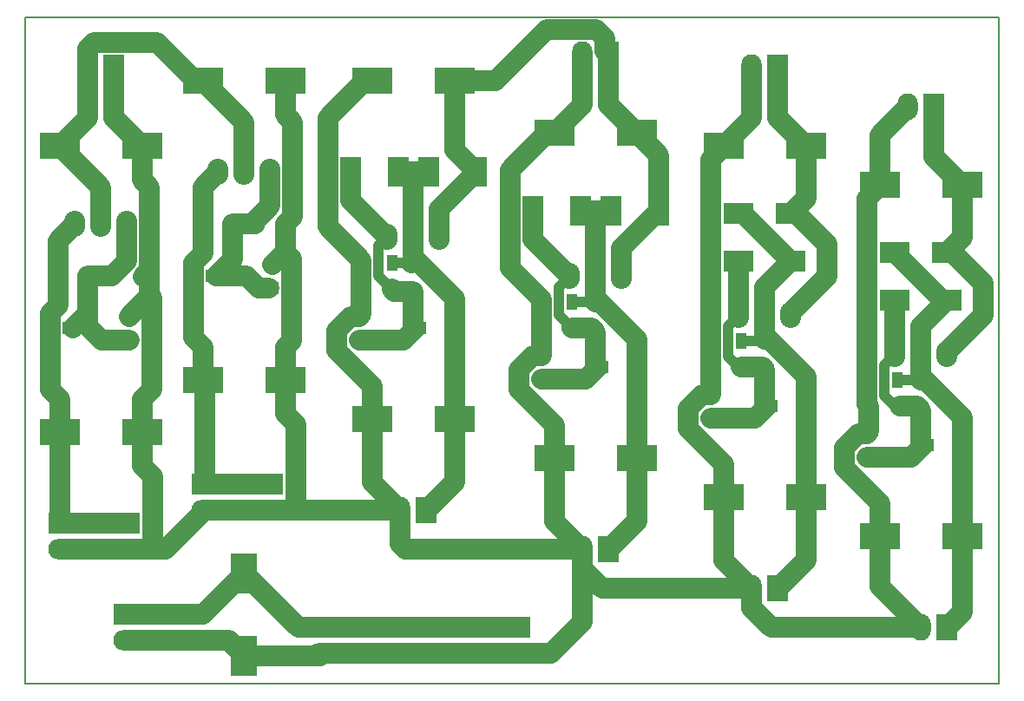
<source format=gbr>
G04 #@! TF.GenerationSoftware,KiCad,Pcbnew,5.0.2-bee76a0~70~ubuntu18.04.1*
G04 #@! TF.CreationDate,2020-07-22T12:41:26+02:00*
G04 #@! TF.ProjectId,lear_regulators_and_power_distribution,6c656172-5f72-4656-9775-6c61746f7273,rev?*
G04 #@! TF.SameCoordinates,PX3dfd240PY80befc0*
G04 #@! TF.FileFunction,Copper,L1,Top*
G04 #@! TF.FilePolarity,Positive*
%FSLAX46Y46*%
G04 Gerber Fmt 4.6, Leading zero omitted, Abs format (unit mm)*
G04 Created by KiCad (PCBNEW 5.0.2-bee76a0~70~ubuntu18.04.1) date ons 22 jul 2020 12:41:26*
%MOMM*%
%LPD*%
G01*
G04 APERTURE LIST*
G04 #@! TA.AperFunction,NonConductor*
%ADD10C,0.150000*%
G04 #@! TD*
G04 #@! TA.AperFunction,SMDPad,CuDef*
%ADD11R,4.000000X2.500000*%
G04 #@! TD*
G04 #@! TA.AperFunction,SMDPad,CuDef*
%ADD12R,1.000000X1.600000*%
G04 #@! TD*
G04 #@! TA.AperFunction,SMDPad,CuDef*
%ADD13R,2.500000X4.000000*%
G04 #@! TD*
G04 #@! TA.AperFunction,SMDPad,CuDef*
%ADD14R,2.000000X3.000000*%
G04 #@! TD*
G04 #@! TA.AperFunction,SMDPad,CuDef*
%ADD15R,3.000000X2.000000*%
G04 #@! TD*
G04 #@! TA.AperFunction,ComponentPad*
%ADD16O,2.000000X2.600000*%
G04 #@! TD*
G04 #@! TA.AperFunction,ComponentPad*
%ADD17R,2.000000X2.600000*%
G04 #@! TD*
G04 #@! TA.AperFunction,ComponentPad*
%ADD18O,2.600000X2.000000*%
G04 #@! TD*
G04 #@! TA.AperFunction,ComponentPad*
%ADD19R,2.600000X2.000000*%
G04 #@! TD*
G04 #@! TA.AperFunction,SMDPad,CuDef*
%ADD20R,1.700000X0.900000*%
G04 #@! TD*
G04 #@! TA.AperFunction,SMDPad,CuDef*
%ADD21R,0.900000X1.700000*%
G04 #@! TD*
G04 #@! TA.AperFunction,SMDPad,CuDef*
%ADD22R,1.300000X1.300000*%
G04 #@! TD*
G04 #@! TA.AperFunction,SMDPad,CuDef*
%ADD23R,2.000000X1.300000*%
G04 #@! TD*
G04 #@! TA.AperFunction,ComponentPad*
%ADD24O,2.032000X2.540000*%
G04 #@! TD*
G04 #@! TA.AperFunction,Conductor*
%ADD25C,2.000000*%
G04 #@! TD*
G04 #@! TA.AperFunction,Conductor*
%ADD26C,1.000000*%
G04 #@! TD*
G04 APERTURE END LIST*
D10*
X95000000Y0D02*
X0Y0D01*
X95000000Y65000000D02*
X95000000Y0D01*
X0Y65000000D02*
X95000000Y65000000D01*
X0Y0D02*
X0Y65000000D01*
D11*
G04 #@! TO.P,C1,1*
G04 #@! TO.N,Net-(C1-Pad1)*
X59650000Y53720000D03*
G04 #@! TO.P,C1,2*
G04 #@! TO.N,GND*
X51650000Y53720000D03*
G04 #@! TD*
G04 #@! TO.P,C2,2*
G04 #@! TO.N,GND*
X83400000Y48640000D03*
G04 #@! TO.P,C2,1*
G04 #@! TO.N,Net-(C2-Pad1)*
X91400000Y48640000D03*
G04 #@! TD*
G04 #@! TO.P,C3,1*
G04 #@! TO.N,GND*
X11390000Y52450000D03*
G04 #@! TO.P,C3,2*
G04 #@! TO.N,Net-(C3-Pad2)*
X3390000Y52450000D03*
G04 #@! TD*
G04 #@! TO.P,C4,2*
G04 #@! TO.N,Net-(C3-Pad2)*
X17360000Y58800000D03*
G04 #@! TO.P,C4,1*
G04 #@! TO.N,GND*
X25360000Y58800000D03*
G04 #@! TD*
D12*
G04 #@! TO.P,C5,1*
G04 #@! TO.N,Net-(C5-Pad1)*
X53340000Y34670000D03*
G04 #@! TO.P,C5,2*
G04 #@! TO.N,GND*
X50340000Y34670000D03*
G04 #@! TD*
G04 #@! TO.P,C6,1*
G04 #@! TO.N,Net-(C6-Pad1)*
X85320000Y27050000D03*
G04 #@! TO.P,C6,2*
G04 #@! TO.N,GND*
X82320000Y27050000D03*
G04 #@! TD*
G04 #@! TO.P,C7,2*
G04 #@! TO.N,Net-(C7-Pad2)*
X8430000Y39750000D03*
G04 #@! TO.P,C7,1*
G04 #@! TO.N,GND*
X11430000Y39750000D03*
G04 #@! TD*
G04 #@! TO.P,C8,1*
G04 #@! TO.N,GND*
X25400000Y44830000D03*
G04 #@! TO.P,C8,2*
G04 #@! TO.N,Net-(C8-Pad2)*
X22400000Y44830000D03*
G04 #@! TD*
D11*
G04 #@! TO.P,C9,2*
G04 #@! TO.N,Net-(C9-Pad2)*
X3390000Y24510000D03*
G04 #@! TO.P,C9,1*
G04 #@! TO.N,GND*
X11390000Y24510000D03*
G04 #@! TD*
G04 #@! TO.P,C10,1*
G04 #@! TO.N,GND*
X25360000Y29590000D03*
G04 #@! TO.P,C10,2*
G04 #@! TO.N,Net-(C10-Pad2)*
X17360000Y29590000D03*
G04 #@! TD*
D12*
G04 #@! TO.P,C11,2*
G04 #@! TO.N,GND*
X50340000Y37210000D03*
G04 #@! TO.P,C11,1*
G04 #@! TO.N,Net-(C11-Pad1)*
X53340000Y37210000D03*
G04 #@! TD*
G04 #@! TO.P,C12,2*
G04 #@! TO.N,GND*
X82090000Y29590000D03*
G04 #@! TO.P,C12,1*
G04 #@! TO.N,Net-(C12-Pad1)*
X85090000Y29590000D03*
G04 #@! TD*
D11*
G04 #@! TO.P,C13,2*
G04 #@! TO.N,GND*
X51650000Y21970000D03*
G04 #@! TO.P,C13,1*
G04 #@! TO.N,Net-(C11-Pad1)*
X59650000Y21970000D03*
G04 #@! TD*
G04 #@! TO.P,C14,2*
G04 #@! TO.N,GND*
X83400000Y14350000D03*
G04 #@! TO.P,C14,1*
G04 #@! TO.N,Net-(C12-Pad1)*
X91400000Y14350000D03*
G04 #@! TD*
G04 #@! TO.P,C15,2*
G04 #@! TO.N,GND*
X33870000Y58800000D03*
G04 #@! TO.P,C15,1*
G04 #@! TO.N,Net-(C1-Pad1)*
X41870000Y58800000D03*
G04 #@! TD*
G04 #@! TO.P,C16,1*
G04 #@! TO.N,Net-(C16-Pad1)*
X76160000Y52450000D03*
G04 #@! TO.P,C16,2*
G04 #@! TO.N,GND*
X68160000Y52450000D03*
G04 #@! TD*
D12*
G04 #@! TO.P,C17,1*
G04 #@! TO.N,Net-(C17-Pad1)*
X35790000Y38480000D03*
G04 #@! TO.P,C17,2*
G04 #@! TO.N,GND*
X32790000Y38480000D03*
G04 #@! TD*
G04 #@! TO.P,C18,2*
G04 #@! TO.N,GND*
X66850000Y30860000D03*
G04 #@! TO.P,C18,1*
G04 #@! TO.N,Net-(C18-Pad1)*
X69850000Y30860000D03*
G04 #@! TD*
G04 #@! TO.P,C19,2*
G04 #@! TO.N,GND*
X32790000Y41020000D03*
G04 #@! TO.P,C19,1*
G04 #@! TO.N,Net-(C19-Pad1)*
X35790000Y41020000D03*
G04 #@! TD*
D11*
G04 #@! TO.P,C20,1*
G04 #@! TO.N,Net-(C19-Pad1)*
X41870000Y25780000D03*
G04 #@! TO.P,C20,2*
G04 #@! TO.N,GND*
X33870000Y25780000D03*
G04 #@! TD*
D12*
G04 #@! TO.P,C21,1*
G04 #@! TO.N,Net-(C21-Pad1)*
X69850000Y33400000D03*
G04 #@! TO.P,C21,2*
G04 #@! TO.N,GND*
X66850000Y33400000D03*
G04 #@! TD*
D11*
G04 #@! TO.P,C22,2*
G04 #@! TO.N,GND*
X68160000Y18160000D03*
G04 #@! TO.P,C22,1*
G04 #@! TO.N,Net-(C21-Pad1)*
X76160000Y18160000D03*
G04 #@! TD*
D13*
G04 #@! TO.P,C23,1*
G04 #@! TO.N,Net-(C23-Pad1)*
X21360000Y10730000D03*
G04 #@! TO.P,C23,2*
G04 #@! TO.N,GND*
X21360000Y2730000D03*
G04 #@! TD*
D14*
G04 #@! TO.P,D1,1*
G04 #@! TO.N,Net-(C1-Pad1)*
X61785000Y46100000D03*
G04 #@! TO.P,D1,2*
G04 #@! TO.N,Net-(C11-Pad1)*
X57135000Y46100000D03*
G04 #@! TD*
D15*
G04 #@! TO.P,D2,1*
G04 #@! TO.N,Net-(C2-Pad1)*
X89940000Y42075000D03*
G04 #@! TO.P,D2,2*
G04 #@! TO.N,Net-(C12-Pad1)*
X89940000Y37425000D03*
G04 #@! TD*
D14*
G04 #@! TO.P,D3,2*
G04 #@! TO.N,Net-(C5-Pad1)*
X49515000Y46100000D03*
G04 #@! TO.P,D3,1*
G04 #@! TO.N,Net-(C11-Pad1)*
X54165000Y46100000D03*
G04 #@! TD*
D15*
G04 #@! TO.P,D4,2*
G04 #@! TO.N,Net-(C6-Pad1)*
X84860000Y37425000D03*
G04 #@! TO.P,D4,1*
G04 #@! TO.N,Net-(C12-Pad1)*
X84860000Y42075000D03*
G04 #@! TD*
D14*
G04 #@! TO.P,D5,1*
G04 #@! TO.N,Net-(C1-Pad1)*
X44005000Y49910000D03*
G04 #@! TO.P,D5,2*
G04 #@! TO.N,Net-(C19-Pad1)*
X39355000Y49910000D03*
G04 #@! TD*
D15*
G04 #@! TO.P,D6,1*
G04 #@! TO.N,Net-(C16-Pad1)*
X74700000Y45885000D03*
G04 #@! TO.P,D6,2*
G04 #@! TO.N,Net-(C21-Pad1)*
X74700000Y41235000D03*
G04 #@! TD*
D14*
G04 #@! TO.P,D7,2*
G04 #@! TO.N,Net-(C17-Pad1)*
X31735000Y49910000D03*
G04 #@! TO.P,D7,1*
G04 #@! TO.N,Net-(C19-Pad1)*
X36385000Y49910000D03*
G04 #@! TD*
D15*
G04 #@! TO.P,D8,2*
G04 #@! TO.N,Net-(C18-Pad1)*
X69620000Y41235000D03*
G04 #@! TO.P,D8,1*
G04 #@! TO.N,Net-(C21-Pad1)*
X69620000Y45885000D03*
G04 #@! TD*
D16*
G04 #@! TO.P,J1,2*
G04 #@! TO.N,GND*
X54380000Y61340000D03*
D17*
G04 #@! TO.P,J1,1*
G04 #@! TO.N,Net-(C1-Pad1)*
X56920000Y61340000D03*
G04 #@! TD*
G04 #@! TO.P,J2,1*
G04 #@! TO.N,Net-(C2-Pad1)*
X88670000Y56260000D03*
D16*
G04 #@! TO.P,J2,2*
G04 #@! TO.N,GND*
X86130000Y56260000D03*
G04 #@! TD*
D17*
G04 #@! TO.P,J3,1*
G04 #@! TO.N,GND*
X8660000Y60070000D03*
D16*
G04 #@! TO.P,J3,2*
G04 #@! TO.N,Net-(C3-Pad2)*
X6120000Y60070000D03*
G04 #@! TD*
D18*
G04 #@! TO.P,J4,2*
G04 #@! TO.N,GND*
X9930000Y13080000D03*
D19*
G04 #@! TO.P,J4,1*
G04 #@! TO.N,Net-(C9-Pad2)*
X9930000Y15620000D03*
G04 #@! TD*
G04 #@! TO.P,J5,1*
G04 #@! TO.N,Net-(C9-Pad2)*
X3580000Y15620000D03*
D18*
G04 #@! TO.P,J5,2*
G04 #@! TO.N,GND*
X3580000Y13080000D03*
G04 #@! TD*
G04 #@! TO.P,J6,2*
G04 #@! TO.N,GND*
X23900000Y16890000D03*
D19*
G04 #@! TO.P,J6,1*
G04 #@! TO.N,Net-(C10-Pad2)*
X23900000Y19430000D03*
G04 #@! TD*
G04 #@! TO.P,J7,1*
G04 #@! TO.N,Net-(C10-Pad2)*
X17550000Y19430000D03*
D18*
G04 #@! TO.P,J7,2*
G04 #@! TO.N,GND*
X17550000Y16890000D03*
G04 #@! TD*
D16*
G04 #@! TO.P,J8,2*
G04 #@! TO.N,GND*
X54380000Y13080000D03*
D17*
G04 #@! TO.P,J8,1*
G04 #@! TO.N,Net-(C11-Pad1)*
X56920000Y13080000D03*
G04 #@! TD*
G04 #@! TO.P,J9,1*
G04 #@! TO.N,Net-(C12-Pad1)*
X89940000Y5460000D03*
D16*
G04 #@! TO.P,J9,2*
G04 #@! TO.N,GND*
X87400000Y5460000D03*
G04 #@! TD*
G04 #@! TO.P,J10,2*
G04 #@! TO.N,GND*
X70890000Y60070000D03*
D17*
G04 #@! TO.P,J10,1*
G04 #@! TO.N,Net-(C16-Pad1)*
X73430000Y60070000D03*
G04 #@! TD*
D19*
G04 #@! TO.P,J11,1*
G04 #@! TO.N,Net-(C23-Pad1)*
X9930000Y6730000D03*
D18*
G04 #@! TO.P,J11,2*
G04 #@! TO.N,GND*
X9930000Y4190000D03*
G04 #@! TD*
D17*
G04 #@! TO.P,J12,1*
G04 #@! TO.N,Net-(C19-Pad1)*
X39140000Y16890000D03*
D16*
G04 #@! TO.P,J12,2*
G04 #@! TO.N,GND*
X36600000Y16890000D03*
G04 #@! TD*
G04 #@! TO.P,J13,2*
G04 #@! TO.N,GND*
X70890000Y9270000D03*
D17*
G04 #@! TO.P,J13,1*
G04 #@! TO.N,Net-(C21-Pad1)*
X73430000Y9270000D03*
G04 #@! TD*
D18*
G04 #@! TO.P,J14,2*
G04 #@! TO.N,GND*
X28980000Y2920000D03*
D19*
G04 #@! TO.P,J14,1*
G04 #@! TO.N,Net-(C23-Pad1)*
X28980000Y5460000D03*
G04 #@! TD*
G04 #@! TO.P,J15,1*
G04 #@! TO.N,Net-(C23-Pad1)*
X35330000Y5460000D03*
D18*
G04 #@! TO.P,J15,2*
G04 #@! TO.N,GND*
X35330000Y2920000D03*
G04 #@! TD*
G04 #@! TO.P,J16,2*
G04 #@! TO.N,GND*
X41680000Y2920000D03*
D19*
G04 #@! TO.P,J16,1*
G04 #@! TO.N,Net-(C23-Pad1)*
X41680000Y5460000D03*
G04 #@! TD*
D18*
G04 #@! TO.P,J17,2*
G04 #@! TO.N,GND*
X48030000Y2920000D03*
D19*
G04 #@! TO.P,J17,1*
G04 #@! TO.N,Net-(C23-Pad1)*
X48030000Y5460000D03*
G04 #@! TD*
D20*
G04 #@! TO.P,R1,2*
G04 #@! TO.N,Net-(C5-Pad1)*
X55650000Y34310000D03*
G04 #@! TO.P,R1,1*
G04 #@! TO.N,Net-(C11-Pad1)*
X55650000Y37210000D03*
G04 #@! TD*
G04 #@! TO.P,R2,1*
G04 #@! TO.N,Net-(C12-Pad1)*
X87400000Y29590000D03*
G04 #@! TO.P,R2,2*
G04 #@! TO.N,Net-(C6-Pad1)*
X87400000Y26690000D03*
G04 #@! TD*
D21*
G04 #@! TO.P,R3,2*
G04 #@! TO.N,Net-(C9-Pad2)*
X3220000Y39750000D03*
G04 #@! TO.P,R3,1*
G04 #@! TO.N,Net-(C7-Pad2)*
X6120000Y39750000D03*
G04 #@! TD*
G04 #@! TO.P,R4,2*
G04 #@! TO.N,Net-(C10-Pad2)*
X17370000Y44830000D03*
G04 #@! TO.P,R4,1*
G04 #@! TO.N,Net-(C8-Pad2)*
X20270000Y44830000D03*
G04 #@! TD*
D20*
G04 #@! TO.P,R5,1*
G04 #@! TO.N,Net-(C19-Pad1)*
X37870000Y41200000D03*
G04 #@! TO.P,R5,2*
G04 #@! TO.N,Net-(C17-Pad1)*
X37870000Y38300000D03*
G04 #@! TD*
G04 #@! TO.P,R6,1*
G04 #@! TO.N,Net-(C21-Pad1)*
X72160000Y33580000D03*
G04 #@! TO.P,R6,2*
G04 #@! TO.N,Net-(C18-Pad1)*
X72160000Y30680000D03*
G04 #@! TD*
D22*
G04 #@! TO.P,RV1,3*
G04 #@! TO.N,GND*
X50360000Y32010000D03*
D23*
G04 #@! TO.P,RV1,2*
G04 #@! TO.N,Net-(C5-Pad1)*
X55860000Y30860000D03*
D22*
G04 #@! TO.P,RV1,1*
X50360000Y29710000D03*
G04 #@! TD*
G04 #@! TO.P,RV2,1*
G04 #@! TO.N,Net-(C6-Pad1)*
X82110000Y22090000D03*
D23*
G04 #@! TO.P,RV2,2*
X87610000Y23240000D03*
D22*
G04 #@! TO.P,RV2,3*
G04 #@! TO.N,GND*
X82110000Y24390000D03*
G04 #@! TD*
G04 #@! TO.P,RV3,3*
G04 #@! TO.N,Net-(C7-Pad2)*
X10140000Y33520000D03*
D23*
G04 #@! TO.P,RV3,2*
X4640000Y34670000D03*
D22*
G04 #@! TO.P,RV3,1*
G04 #@! TO.N,GND*
X10140000Y35820000D03*
G04 #@! TD*
G04 #@! TO.P,RV4,1*
G04 #@! TO.N,GND*
X24110000Y40900000D03*
D23*
G04 #@! TO.P,RV4,2*
G04 #@! TO.N,Net-(C8-Pad2)*
X18610000Y39750000D03*
D22*
G04 #@! TO.P,RV4,3*
X24110000Y38600000D03*
G04 #@! TD*
G04 #@! TO.P,RV5,1*
G04 #@! TO.N,Net-(C17-Pad1)*
X32580000Y33520000D03*
D23*
G04 #@! TO.P,RV5,2*
X38080000Y34670000D03*
D22*
G04 #@! TO.P,RV5,3*
G04 #@! TO.N,GND*
X32580000Y35820000D03*
G04 #@! TD*
G04 #@! TO.P,RV6,3*
G04 #@! TO.N,GND*
X66870000Y28200000D03*
D23*
G04 #@! TO.P,RV6,2*
G04 #@! TO.N,Net-(C18-Pad1)*
X72370000Y27050000D03*
D22*
G04 #@! TO.P,RV6,1*
X66870000Y25900000D03*
G04 #@! TD*
D24*
G04 #@! TO.P,U1,2*
G04 #@! TO.N,Net-(C11-Pad1)*
X55650000Y39750000D03*
G04 #@! TO.P,U1,3*
G04 #@! TO.N,Net-(C1-Pad1)*
X58190000Y39750000D03*
G04 #@! TO.P,U1,1*
G04 #@! TO.N,Net-(C5-Pad1)*
X53110000Y39750000D03*
G04 #@! TD*
G04 #@! TO.P,U2,1*
G04 #@! TO.N,Net-(C6-Pad1)*
X84860000Y32130000D03*
G04 #@! TO.P,U2,3*
G04 #@! TO.N,Net-(C2-Pad1)*
X89940000Y32130000D03*
G04 #@! TO.P,U2,2*
G04 #@! TO.N,Net-(C12-Pad1)*
X87400000Y32130000D03*
G04 #@! TD*
G04 #@! TO.P,U5,2*
G04 #@! TO.N,Net-(C19-Pad1)*
X37870000Y43560000D03*
G04 #@! TO.P,U5,3*
G04 #@! TO.N,Net-(C1-Pad1)*
X40410000Y43560000D03*
G04 #@! TO.P,U5,1*
G04 #@! TO.N,Net-(C17-Pad1)*
X35330000Y43560000D03*
G04 #@! TD*
G04 #@! TO.P,U6,1*
G04 #@! TO.N,Net-(C18-Pad1)*
X69620000Y35940000D03*
G04 #@! TO.P,U6,3*
G04 #@! TO.N,Net-(C16-Pad1)*
X74700000Y35940000D03*
G04 #@! TO.P,U6,2*
G04 #@! TO.N,Net-(C21-Pad1)*
X72160000Y35940000D03*
G04 #@! TD*
G04 #@! TO.P,U3,1*
G04 #@! TO.N,Net-(C7-Pad2)*
X9930000Y44830000D03*
G04 #@! TO.P,U3,3*
G04 #@! TO.N,Net-(C9-Pad2)*
X4850000Y44830000D03*
G04 #@! TO.P,U3,2*
G04 #@! TO.N,Net-(C3-Pad2)*
X7390000Y44830000D03*
G04 #@! TD*
G04 #@! TO.P,U4,2*
G04 #@! TO.N,Net-(C3-Pad2)*
X21360000Y49910000D03*
G04 #@! TO.P,U4,3*
G04 #@! TO.N,Net-(C10-Pad2)*
X18820000Y49910000D03*
G04 #@! TO.P,U4,1*
G04 #@! TO.N,Net-(C8-Pad2)*
X23900000Y49910000D03*
G04 #@! TD*
D25*
G04 #@! TO.N,Net-(C1-Pad1)*
X41870000Y52045000D02*
X44005000Y49910000D01*
X41870000Y58800000D02*
X41870000Y52045000D01*
X40410000Y46315000D02*
X44005000Y49910000D01*
X40410000Y43560000D02*
X40410000Y46315000D01*
X56920000Y56450000D02*
X59650000Y53720000D01*
X56920000Y61340000D02*
X56920000Y56450000D01*
X61785000Y51585000D02*
X59650000Y53720000D01*
X61785000Y46100000D02*
X61785000Y51585000D01*
X58190000Y42505000D02*
X61785000Y46100000D01*
X58190000Y39750000D02*
X58190000Y42505000D01*
X45870000Y58800000D02*
X41870000Y58800000D01*
X50910010Y63840010D02*
X45870000Y58800000D01*
X55689990Y63840010D02*
X50910010Y63840010D01*
X56580010Y62949990D02*
X55689990Y63840010D01*
X56580010Y61679990D02*
X56580010Y62949990D01*
X56920000Y61340000D02*
X56580010Y61679990D01*
G04 #@! TO.N,GND*
X8660000Y55180000D02*
X11390000Y52450000D01*
X8660000Y60070000D02*
X8660000Y55180000D01*
X12146010Y40354727D02*
X11485642Y39694359D01*
X12146010Y48443990D02*
X12146010Y40354727D01*
X11390000Y49200000D02*
X12146010Y48443990D01*
X11390000Y52450000D02*
X11390000Y49200000D01*
X12146010Y37826010D02*
X10140000Y35820000D01*
X12146010Y40354727D02*
X12146010Y37826010D01*
X12340010Y28710010D02*
X12340010Y37632010D01*
X12340010Y37632010D02*
X12146010Y37826010D01*
X11390000Y27760000D02*
X12340010Y28710010D01*
X11390000Y24510000D02*
X11390000Y27760000D01*
X12430001Y13659999D02*
X11850002Y13080000D01*
X11850002Y13080000D02*
X9930000Y13080000D01*
X12430001Y20219999D02*
X12430001Y13659999D01*
X11390000Y21260000D02*
X12430001Y20219999D01*
X11390000Y24510000D02*
X11390000Y21260000D01*
X9930000Y13080000D02*
X3580000Y13080000D01*
X25400000Y42190000D02*
X24110000Y40900000D01*
X25400000Y44830000D02*
X25400000Y42190000D01*
X25360000Y32840000D02*
X25360000Y29590000D01*
X25960001Y33440001D02*
X25360000Y32840000D01*
X25960001Y41469999D02*
X25960001Y33440001D01*
X25400000Y42030000D02*
X25960001Y41469999D01*
X25400000Y44830000D02*
X25400000Y42030000D01*
X25820002Y16890000D02*
X23900000Y16890000D01*
X26400001Y17469999D02*
X25820002Y16890000D01*
X25360000Y26340000D02*
X26400001Y25299999D01*
X26400001Y25299999D02*
X26400001Y17469999D01*
X25360000Y29590000D02*
X25360000Y26340000D01*
X17550000Y16890000D02*
X23900000Y16890000D01*
X26116010Y45546010D02*
X25400000Y44830000D01*
X26116010Y54793990D02*
X26116010Y45546010D01*
X25360000Y55550000D02*
X26116010Y54793990D01*
X25360000Y58800000D02*
X25360000Y55550000D01*
X32790000Y41020000D02*
X32790000Y38480000D01*
X32790000Y36030000D02*
X32580000Y35820000D01*
X32790000Y38480000D02*
X32790000Y36030000D01*
X32790000Y41320000D02*
X32790000Y41020000D01*
X29534990Y55214990D02*
X29534990Y44575010D01*
X29534990Y44575010D02*
X32790000Y41320000D01*
X33120000Y58800000D02*
X29534990Y55214990D01*
X33870000Y58800000D02*
X33120000Y58800000D01*
X33870000Y29030000D02*
X33870000Y25780000D01*
X30379990Y32520010D02*
X33870000Y29030000D01*
X30379990Y34431273D02*
X30379990Y32520010D01*
X31768717Y35820000D02*
X30379990Y34431273D01*
X32580000Y35820000D02*
X31768717Y35820000D01*
X33870000Y19620000D02*
X36600000Y16890000D01*
X33870000Y25780000D02*
X33870000Y19620000D01*
X54380000Y56450000D02*
X51650000Y53720000D01*
X54380000Y61340000D02*
X54380000Y56450000D01*
X50360000Y34650000D02*
X50340000Y34670000D01*
X50360000Y32010000D02*
X50360000Y34650000D01*
X50340000Y34670000D02*
X50340000Y37210000D01*
X47314990Y40535010D02*
X50340000Y37510000D01*
X50340000Y37510000D02*
X50340000Y37210000D01*
X50900000Y53720000D02*
X47314990Y50134990D01*
X47314990Y50134990D02*
X47314990Y40535010D01*
X51650000Y53720000D02*
X50900000Y53720000D01*
X51650000Y25220000D02*
X51650000Y21970000D01*
X48159990Y28710010D02*
X51650000Y25220000D01*
X48159990Y30621273D02*
X48159990Y28710010D01*
X49548717Y32010000D02*
X48159990Y30621273D01*
X50360000Y32010000D02*
X49548717Y32010000D01*
X51650000Y15810000D02*
X54380000Y13080000D01*
X51650000Y21970000D02*
X51650000Y15810000D01*
X70890000Y55180000D02*
X68160000Y52450000D01*
X70890000Y60070000D02*
X70890000Y55180000D01*
X66850000Y51140000D02*
X66850000Y33400000D01*
X68160000Y52450000D02*
X66850000Y51140000D01*
X66850000Y33400000D02*
X66850000Y30860000D01*
X66850000Y28220000D02*
X66870000Y28200000D01*
X66850000Y30860000D02*
X66850000Y28220000D01*
X82090000Y27280000D02*
X82320000Y27050000D01*
X82090000Y29590000D02*
X82090000Y27280000D01*
X82320000Y24600000D02*
X82110000Y24390000D01*
X82320000Y27050000D02*
X82320000Y24600000D01*
X83400000Y53530000D02*
X86130000Y56260000D01*
X83400000Y48640000D02*
X83400000Y53530000D01*
X68160000Y21410000D02*
X68160000Y18160000D01*
X64669990Y24900010D02*
X68160000Y21410000D01*
X66058717Y28200000D02*
X64669990Y26811273D01*
X64669990Y26811273D02*
X64669990Y24900010D01*
X66870000Y28200000D02*
X66058717Y28200000D01*
X83400000Y17600000D02*
X83400000Y14350000D01*
X79909990Y21090010D02*
X83400000Y17600000D01*
X79909990Y23001273D02*
X79909990Y21090010D01*
X81298717Y24390000D02*
X79909990Y23001273D01*
X82110000Y24390000D02*
X81298717Y24390000D01*
X68160000Y12000000D02*
X70890000Y9270000D01*
X68160000Y18160000D02*
X68160000Y12000000D01*
X83400000Y9460000D02*
X87400000Y5460000D01*
X83400000Y14350000D02*
X83400000Y9460000D01*
X19900000Y4190000D02*
X21360000Y2730000D01*
X9930000Y4190000D02*
X19900000Y4190000D01*
X28790000Y2730000D02*
X28980000Y2920000D01*
X21360000Y2730000D02*
X28790000Y2730000D01*
X28980000Y2920000D02*
X35330000Y2920000D01*
X35330000Y2920000D02*
X41680000Y2920000D01*
X41680000Y2920000D02*
X48030000Y2920000D01*
X13740000Y13080000D02*
X17550000Y16890000D01*
X9930000Y13080000D02*
X13740000Y13080000D01*
X23900000Y16890000D02*
X36600000Y16890000D01*
X51380000Y13080000D02*
X54380000Y13080000D01*
X37110000Y13080000D02*
X51380000Y13080000D01*
X36600000Y13590000D02*
X37110000Y13080000D01*
X36600000Y16890000D02*
X36600000Y13590000D01*
X51330000Y2920000D02*
X48030000Y2920000D01*
X54380000Y5970000D02*
X51330000Y2920000D01*
X54380000Y13080000D02*
X54380000Y5970000D01*
X67890000Y9270000D02*
X70890000Y9270000D01*
X54380000Y11159998D02*
X56269998Y9270000D01*
X56269998Y9270000D02*
X67890000Y9270000D01*
X54380000Y13080000D02*
X54380000Y11159998D01*
X82090000Y47330000D02*
X82090000Y29590000D01*
X83400000Y48640000D02*
X82090000Y47330000D01*
X84400000Y5460000D02*
X87400000Y5460000D01*
X72779998Y5460000D02*
X84400000Y5460000D01*
X70890000Y7349998D02*
X72779998Y5460000D01*
X70890000Y9270000D02*
X70890000Y7349998D01*
G04 #@! TO.N,Net-(C2-Pad1)*
X88670000Y51370000D02*
X91400000Y48640000D01*
X88670000Y56260000D02*
X88670000Y51370000D01*
X91400000Y43535000D02*
X89940000Y42075000D01*
X91400000Y48640000D02*
X91400000Y43535000D01*
X93440000Y39075000D02*
X90440000Y42075000D01*
X90440000Y42075000D02*
X89940000Y42075000D01*
X89940000Y32384000D02*
X93440000Y35884000D01*
X93440000Y35884000D02*
X93440000Y39075000D01*
X89940000Y32130000D02*
X89940000Y32384000D01*
G04 #@! TO.N,Net-(C3-Pad2)*
X6120000Y55180000D02*
X3390000Y52450000D01*
X6120000Y60070000D02*
X6120000Y55180000D01*
X16610000Y58800000D02*
X17360000Y58800000D01*
X6120000Y61990002D02*
X6699999Y62570001D01*
X12839999Y62570001D02*
X16610000Y58800000D01*
X6699999Y62570001D02*
X12839999Y62570001D01*
X6120000Y60070000D02*
X6120000Y61990002D01*
X7390000Y48450000D02*
X3390000Y52450000D01*
X7390000Y44830000D02*
X7390000Y48450000D01*
X21360000Y54800000D02*
X17360000Y58800000D01*
X21360000Y49910000D02*
X21360000Y54800000D01*
G04 #@! TO.N,Net-(C5-Pad1)*
X49515000Y43345000D02*
X53110000Y39750000D01*
X49515000Y46100000D02*
X49515000Y43345000D01*
X55290000Y34670000D02*
X55650000Y34310000D01*
X53340000Y34670000D02*
X55290000Y34670000D01*
X55650000Y31070000D02*
X55860000Y30860000D01*
X55650000Y34310000D02*
X55650000Y31070000D01*
X54710000Y29710000D02*
X55860000Y30860000D01*
X50360000Y29710000D02*
X54710000Y29710000D01*
D26*
X52040010Y35969990D02*
X53340000Y34670000D01*
X52040010Y38680010D02*
X52040010Y35969990D01*
X53110000Y39750000D02*
X52040010Y38680010D01*
D25*
G04 #@! TO.N,Net-(C6-Pad1)*
X86460000Y22090000D02*
X87610000Y23240000D01*
X82110000Y22090000D02*
X86460000Y22090000D01*
X87040000Y27050000D02*
X87400000Y26690000D01*
X85320000Y27050000D02*
X87040000Y27050000D01*
X87400000Y23450000D02*
X87610000Y23240000D01*
X87400000Y26690000D02*
X87400000Y23450000D01*
X84860000Y37425000D02*
X84860000Y32130000D01*
D26*
X83790010Y31060010D02*
X84860000Y32130000D01*
X83790010Y28119990D02*
X83790010Y31060010D01*
X84860000Y27050000D02*
X83790010Y28119990D01*
X85320000Y27050000D02*
X84860000Y27050000D01*
D25*
G04 #@! TO.N,Net-(C7-Pad2)*
X6120000Y36150000D02*
X4640000Y34670000D01*
X6120000Y39750000D02*
X6120000Y36150000D01*
X6120000Y39750000D02*
X8430000Y39750000D01*
X9930000Y41250000D02*
X8430000Y39750000D01*
X9930000Y44830000D02*
X9930000Y41250000D01*
X7490000Y33520000D02*
X10140000Y33520000D01*
X6120000Y34890000D02*
X7490000Y33520000D01*
X6120000Y36150000D02*
X6120000Y34890000D01*
G04 #@! TO.N,Net-(C8-Pad2)*
X23900000Y46630000D02*
X23900000Y46640000D01*
X23900000Y46640000D02*
X23900000Y49910000D01*
X22400000Y45130000D02*
X23900000Y46630000D01*
X22400000Y44830000D02*
X22400000Y45130000D01*
X22100000Y44830000D02*
X22400000Y45130000D01*
X20270000Y44830000D02*
X22100000Y44830000D01*
X20270000Y41410000D02*
X18610000Y39750000D01*
X20270000Y44830000D02*
X20270000Y41410000D01*
X22760000Y38600000D02*
X23759991Y38600000D01*
X21610000Y39750000D02*
X22760000Y38600000D01*
X18610000Y39750000D02*
X21610000Y39750000D01*
G04 #@! TO.N,Net-(C9-Pad2)*
X3220000Y43200000D02*
X3220000Y39750000D01*
X4850000Y44830000D02*
X3220000Y43200000D01*
X3220000Y36900000D02*
X3220000Y39750000D01*
X2439999Y36119999D02*
X3220000Y36900000D01*
X3390000Y27760000D02*
X2439999Y28710001D01*
X2439999Y28710001D02*
X2439999Y36119999D01*
X3390000Y24510000D02*
X3390000Y27760000D01*
X3390000Y15810000D02*
X3580000Y15620000D01*
X3390000Y24510000D02*
X3390000Y15810000D01*
X3580000Y15620000D02*
X9930000Y15620000D01*
G04 #@! TO.N,Net-(C10-Pad2)*
X23900000Y19430000D02*
X17550000Y19430000D01*
X17550000Y29400000D02*
X17360000Y29590000D01*
X17550000Y19430000D02*
X17550000Y29400000D01*
X17370000Y48460000D02*
X18820000Y49910000D01*
X17370000Y44830000D02*
X17370000Y48460000D01*
X17360000Y32840000D02*
X17360000Y29590000D01*
X16409999Y33790001D02*
X17360000Y32840000D01*
X16409999Y41019999D02*
X16409999Y33790001D01*
X17370000Y41980000D02*
X16409999Y41019999D01*
X17370000Y44830000D02*
X17370000Y41980000D01*
G04 #@! TO.N,Net-(C11-Pad1)*
X55650000Y39750000D02*
X55650000Y46100000D01*
X54165000Y46100000D02*
X55650000Y46100000D01*
X55650000Y46100000D02*
X57135000Y46100000D01*
X55650000Y39750000D02*
X55650000Y37210000D01*
X59650000Y33610000D02*
X56050000Y37210000D01*
X56050000Y37210000D02*
X55650000Y37210000D01*
X59650000Y21970000D02*
X59650000Y33610000D01*
X59650000Y15810000D02*
X56920000Y13080000D01*
X59650000Y21970000D02*
X59650000Y15810000D01*
D26*
X53340000Y37210000D02*
X55650000Y37210000D01*
D25*
G04 #@! TO.N,Net-(C12-Pad1)*
X89510000Y37425000D02*
X84860000Y42075000D01*
X89940000Y37425000D02*
X89510000Y37425000D01*
X87400000Y34885000D02*
X89940000Y37425000D01*
X87400000Y32130000D02*
X87400000Y34885000D01*
X87400000Y32130000D02*
X87400000Y29590000D01*
X87800000Y29590000D02*
X87400000Y29590000D01*
X91400000Y25990000D02*
X87800000Y29590000D01*
X91400000Y14350000D02*
X91400000Y25990000D01*
X91400000Y6920000D02*
X89940000Y5460000D01*
X91400000Y14350000D02*
X91400000Y6920000D01*
D26*
X85090000Y29590000D02*
X87400000Y29590000D01*
D25*
G04 #@! TO.N,Net-(C16-Pad1)*
X73430000Y55180000D02*
X76160000Y52450000D01*
X73430000Y60070000D02*
X73430000Y55180000D01*
X76160000Y47345000D02*
X74700000Y45885000D01*
X76160000Y52450000D02*
X76160000Y47345000D01*
X78200000Y42885000D02*
X75200000Y45885000D01*
X75200000Y45885000D02*
X74700000Y45885000D01*
X78200000Y39694000D02*
X78200000Y42885000D01*
X74700000Y36194000D02*
X78200000Y39694000D01*
X74700000Y35940000D02*
X74700000Y36194000D01*
G04 #@! TO.N,Net-(C17-Pad1)*
X31735000Y47155000D02*
X35330000Y43560000D01*
X31735000Y49910000D02*
X31735000Y47155000D01*
X37870000Y34880000D02*
X38080000Y34670000D01*
X37870000Y38300000D02*
X37870000Y34880000D01*
X35970000Y38300000D02*
X35790000Y38480000D01*
X37870000Y38300000D02*
X35970000Y38300000D01*
X36930000Y33520000D02*
X38080000Y34670000D01*
X32580000Y33520000D02*
X36930000Y33520000D01*
D26*
X34490010Y39779990D02*
X35790000Y38480000D01*
X34490010Y42720010D02*
X34490010Y39779990D01*
X35330000Y43560000D02*
X34490010Y42720010D01*
D25*
G04 #@! TO.N,Net-(C18-Pad1)*
X69620000Y41235000D02*
X69620000Y35940000D01*
X71220000Y25900000D02*
X72370000Y27050000D01*
X66870000Y25900000D02*
X71220000Y25900000D01*
X71980000Y30860000D02*
X72160000Y30680000D01*
X69850000Y30860000D02*
X71980000Y30860000D01*
X72160000Y27260000D02*
X72370000Y27050000D01*
X72160000Y30680000D02*
X72160000Y27260000D01*
D26*
X68550010Y31929990D02*
X68550010Y34870010D01*
X68550010Y34870010D02*
X69620000Y35940000D01*
X69620000Y30860000D02*
X68550010Y31929990D01*
X69850000Y30860000D02*
X69620000Y30860000D01*
D25*
G04 #@! TO.N,Net-(C19-Pad1)*
X37870000Y43560000D02*
X37870000Y49910000D01*
X36385000Y49910000D02*
X37870000Y49910000D01*
X37870000Y49910000D02*
X39355000Y49910000D01*
X37870000Y43560000D02*
X37870000Y41200000D01*
X41870000Y19620000D02*
X39140000Y16890000D01*
X41870000Y25780000D02*
X41870000Y19620000D01*
X38270000Y41200000D02*
X37870000Y41200000D01*
X41870000Y37600000D02*
X38270000Y41200000D01*
X41870000Y25780000D02*
X41870000Y37600000D01*
X37690000Y41020000D02*
X37870000Y41200000D01*
D26*
X35790000Y41020000D02*
X37690000Y41020000D01*
D25*
G04 #@! TO.N,Net-(C21-Pad1)*
X70050000Y45885000D02*
X74700000Y41235000D01*
X69620000Y45885000D02*
X70050000Y45885000D01*
X72160000Y38695000D02*
X74700000Y41235000D01*
X72160000Y35940000D02*
X72160000Y38695000D01*
X72160000Y35940000D02*
X72160000Y33580000D01*
X72560000Y33580000D02*
X72160000Y33580000D01*
X76160000Y29980000D02*
X72560000Y33580000D01*
X76160000Y18160000D02*
X76160000Y29980000D01*
X76160000Y12000000D02*
X73430000Y9270000D01*
X76160000Y18160000D02*
X76160000Y12000000D01*
D26*
X71980000Y33400000D02*
X72160000Y33580000D01*
X69850000Y33400000D02*
X71980000Y33400000D01*
D25*
G04 #@! TO.N,Net-(C23-Pad1)*
X17360000Y6730000D02*
X21360000Y10730000D01*
X9930000Y6730000D02*
X17360000Y6730000D01*
X26630000Y5460000D02*
X21360000Y10730000D01*
X28980000Y5460000D02*
X26630000Y5460000D01*
X28980000Y5460000D02*
X35330000Y5460000D01*
X35330000Y5460000D02*
X41680000Y5460000D01*
X41680000Y5460000D02*
X48030000Y5460000D01*
G04 #@! TD*
M02*

</source>
